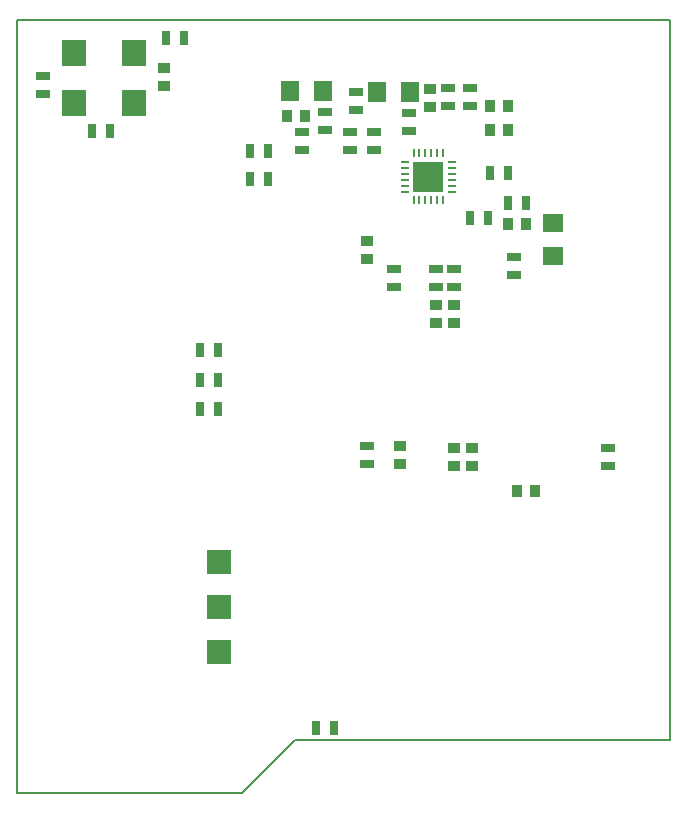
<source format=gbr>
G04 #@! TF.FileFunction,Paste,Top*
%FSLAX46Y46*%
G04 Gerber Fmt 4.6, Leading zero omitted, Abs format (unit mm)*
G04 Created by KiCad (PCBNEW 4.0.2+dfsg1-2~bpo8+1-stable) date lun 17 oct 2016 17:04:15 ART*
%MOMM*%
G01*
G04 APERTURE LIST*
%ADD10C,0.100000*%
%ADD11C,0.150000*%
%ADD12R,0.635000X1.143000*%
%ADD13R,1.143000X0.635000*%
%ADD14R,2.499360X2.499360*%
%ADD15O,0.800100X0.248920*%
%ADD16O,0.248920X0.800100*%
%ADD17R,1.998980X1.998980*%
%ADD18R,2.000000X2.200000*%
%ADD19R,0.899160X1.000760*%
%ADD20R,1.000760X0.899160*%
%ADD21R,1.803400X1.600200*%
%ADD22R,1.600200X1.803400*%
G04 APERTURE END LIST*
D10*
D11*
X91195000Y-68750000D02*
X91195000Y-134155000D01*
X146440000Y-68750000D02*
X91195000Y-68750000D01*
X146440000Y-129710000D02*
X146440000Y-68750000D01*
X114690000Y-129710000D02*
X146440000Y-129710000D01*
X110245000Y-134155000D02*
X114690000Y-129710000D01*
X91195000Y-134155000D02*
X110245000Y-134155000D01*
D12*
X134248000Y-84244000D03*
X132724000Y-84244000D03*
D13*
X121412000Y-78232000D03*
X121412000Y-79756000D03*
X117230000Y-78021000D03*
X117230000Y-76497000D03*
X126628000Y-91356000D03*
X126628000Y-89832000D03*
X123072000Y-91356000D03*
X123072000Y-89832000D03*
X133232000Y-90340000D03*
X133232000Y-88816000D03*
X128152000Y-91356000D03*
X128152000Y-89832000D03*
D12*
X106689000Y-99230000D03*
X108213000Y-99230000D03*
X106689000Y-101643000D03*
X108213000Y-101643000D03*
X110880000Y-82212000D03*
X112404000Y-82212000D03*
D13*
X127644000Y-74465000D03*
X127644000Y-75989000D03*
X129485500Y-74465000D03*
X129485500Y-75989000D03*
X124342000Y-76624000D03*
X124342000Y-78148000D03*
D12*
X106689000Y-96690000D03*
X108213000Y-96690000D03*
X110880000Y-79799000D03*
X112404000Y-79799000D03*
D13*
X119380000Y-78232000D03*
X119380000Y-79756000D03*
D12*
X132724000Y-81704000D03*
X131200000Y-81704000D03*
D13*
X120786000Y-104818000D03*
X120786000Y-106342000D03*
X141233000Y-106469000D03*
X141233000Y-104945000D03*
D12*
X129549000Y-85514000D03*
X131073000Y-85514000D03*
X97528000Y-78160000D03*
X99052000Y-78160000D03*
X103768000Y-70274000D03*
X105292000Y-70274000D03*
D13*
X119897000Y-74846000D03*
X119897000Y-76370000D03*
X93354000Y-73449000D03*
X93354000Y-74973000D03*
D12*
X117992000Y-128694000D03*
X116468000Y-128694000D03*
D14*
X126000000Y-82000000D03*
D15*
X127998980Y-83249680D03*
X127998980Y-82749300D03*
X127998980Y-82248920D03*
X127998980Y-81751080D03*
X127998980Y-81250700D03*
X127998980Y-80750320D03*
D16*
X127249680Y-80001020D03*
X126749300Y-80001020D03*
X126248920Y-80001020D03*
X125751080Y-80001020D03*
X125250700Y-80001020D03*
X124750320Y-80001020D03*
D15*
X124001020Y-80750320D03*
X124001020Y-81250700D03*
X124001020Y-81751080D03*
X124001020Y-82248920D03*
X124001020Y-82749300D03*
X124001020Y-83249680D03*
D16*
X124750320Y-83998980D03*
X125250700Y-83998980D03*
X125751080Y-83998980D03*
X126248920Y-83998980D03*
X126749300Y-83998980D03*
X127249680Y-83998980D03*
D17*
X108290000Y-122220000D03*
X108290000Y-118410000D03*
X108290000Y-114600000D03*
D13*
X115290000Y-78248000D03*
X115290000Y-79772000D03*
D18*
X101040000Y-71560000D03*
X96040000Y-71560000D03*
X96040000Y-75760000D03*
X101040000Y-75760000D03*
D19*
X132734160Y-86022000D03*
X134237840Y-86022000D03*
D20*
X120786000Y-88932840D03*
X120786000Y-87429160D03*
D19*
X115568840Y-76878000D03*
X114065160Y-76878000D03*
D20*
X126120000Y-76105840D03*
X126120000Y-74602160D03*
D19*
X131248160Y-78000000D03*
X132751840Y-78000000D03*
X131248160Y-76000000D03*
X132751840Y-76000000D03*
D20*
X126628000Y-92890160D03*
X126628000Y-94393840D03*
X128152000Y-92890160D03*
X128152000Y-94393840D03*
X128152000Y-106458840D03*
X128152000Y-104955160D03*
X123580000Y-106331840D03*
X123580000Y-104828160D03*
D19*
X133496160Y-108628000D03*
X134999840Y-108628000D03*
D20*
X129676000Y-106458840D03*
X129676000Y-104955160D03*
X103641000Y-74327840D03*
X103641000Y-72824160D03*
D21*
X136534000Y-88689000D03*
X136534000Y-85895000D03*
D22*
X121675000Y-74846000D03*
X124469000Y-74846000D03*
X114309000Y-74719000D03*
X117103000Y-74719000D03*
M02*

</source>
